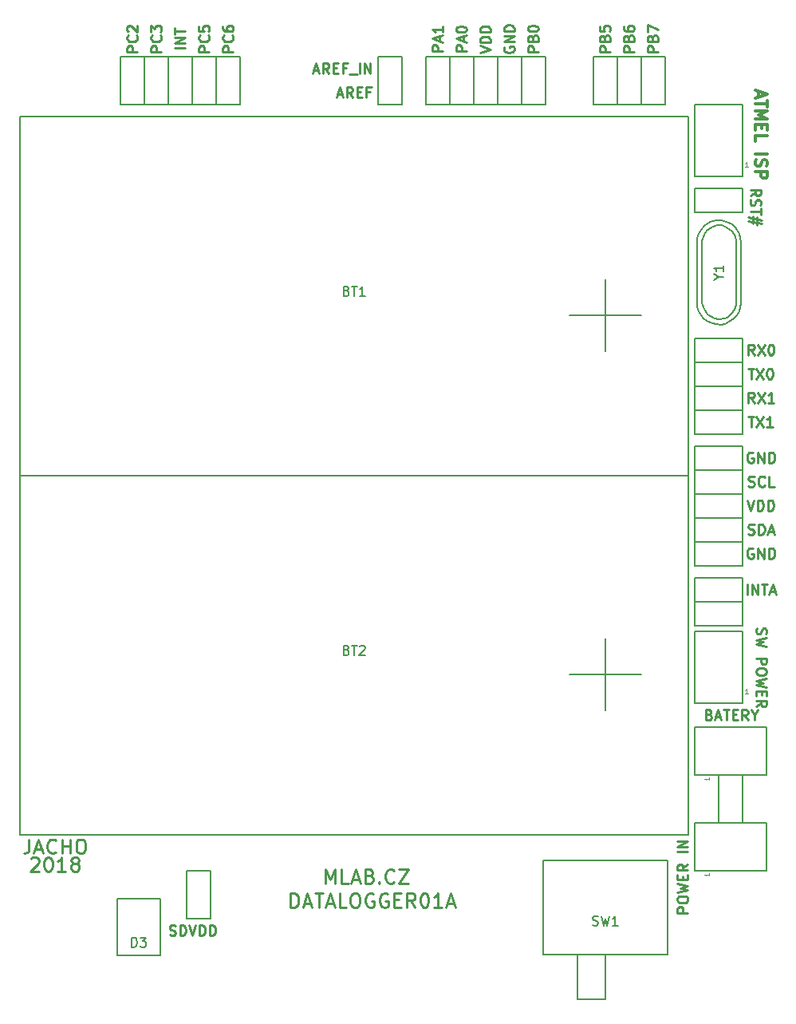
<source format=gbr>
G04 #@! TF.GenerationSoftware,KiCad,Pcbnew,(2018-02-10 revision a04965c36)-makepkg*
G04 #@! TF.CreationDate,2018-07-08T18:54:54+02:00*
G04 #@! TF.ProjectId,DATALOGGER01A,444154414C4F474745523031412E6B69,REV*
G04 #@! TF.SameCoordinates,Original*
G04 #@! TF.FileFunction,Legend,Top*
G04 #@! TF.FilePolarity,Positive*
%FSLAX46Y46*%
G04 Gerber Fmt 4.6, Leading zero omitted, Abs format (unit mm)*
G04 Created by KiCad (PCBNEW (2018-02-10 revision a04965c36)-makepkg) date 07/08/18 18:54:54*
%MOMM*%
%LPD*%
G01*
G04 APERTURE LIST*
%ADD10C,0.250000*%
%ADD11C,0.300000*%
%ADD12C,0.150000*%
%ADD13C,0.050000*%
G04 APERTURE END LIST*
D10*
X1695000Y13521428D02*
X1695000Y12450000D01*
X1623571Y12235714D01*
X1480714Y12092857D01*
X1266428Y12021428D01*
X1123571Y12021428D01*
X2337857Y12450000D02*
X3052142Y12450000D01*
X2195000Y12021428D02*
X2695000Y13521428D01*
X3195000Y12021428D01*
X4552142Y12164285D02*
X4480714Y12092857D01*
X4266428Y12021428D01*
X4123571Y12021428D01*
X3909285Y12092857D01*
X3766428Y12235714D01*
X3695000Y12378571D01*
X3623571Y12664285D01*
X3623571Y12878571D01*
X3695000Y13164285D01*
X3766428Y13307142D01*
X3909285Y13450000D01*
X4123571Y13521428D01*
X4266428Y13521428D01*
X4480714Y13450000D01*
X4552142Y13378571D01*
X5195000Y12021428D02*
X5195000Y13521428D01*
X5195000Y12807142D02*
X6052142Y12807142D01*
X6052142Y12021428D02*
X6052142Y13521428D01*
X7052142Y13521428D02*
X7337857Y13521428D01*
X7480714Y13450000D01*
X7623571Y13307142D01*
X7695000Y13021428D01*
X7695000Y12521428D01*
X7623571Y12235714D01*
X7480714Y12092857D01*
X7337857Y12021428D01*
X7052142Y12021428D01*
X6909285Y12092857D01*
X6766428Y12235714D01*
X6695000Y12521428D01*
X6695000Y13021428D01*
X6766428Y13307142D01*
X6909285Y13450000D01*
X7052142Y13521428D01*
X1873571Y11473571D02*
X1945000Y11545000D01*
X2087857Y11616428D01*
X2445000Y11616428D01*
X2587857Y11545000D01*
X2659285Y11473571D01*
X2730714Y11330714D01*
X2730714Y11187857D01*
X2659285Y10973571D01*
X1802142Y10116428D01*
X2730714Y10116428D01*
X3659285Y11616428D02*
X3802142Y11616428D01*
X3945000Y11545000D01*
X4016428Y11473571D01*
X4087857Y11330714D01*
X4159285Y11045000D01*
X4159285Y10687857D01*
X4087857Y10402142D01*
X4016428Y10259285D01*
X3945000Y10187857D01*
X3802142Y10116428D01*
X3659285Y10116428D01*
X3516428Y10187857D01*
X3445000Y10259285D01*
X3373571Y10402142D01*
X3302142Y10687857D01*
X3302142Y11045000D01*
X3373571Y11330714D01*
X3445000Y11473571D01*
X3516428Y11545000D01*
X3659285Y11616428D01*
X5587857Y10116428D02*
X4730714Y10116428D01*
X5159285Y10116428D02*
X5159285Y11616428D01*
X5016428Y11402142D01*
X4873571Y11259285D01*
X4730714Y11187857D01*
X6445000Y10973571D02*
X6302142Y11045000D01*
X6230714Y11116428D01*
X6159285Y11259285D01*
X6159285Y11330714D01*
X6230714Y11473571D01*
X6302142Y11545000D01*
X6445000Y11616428D01*
X6730714Y11616428D01*
X6873571Y11545000D01*
X6945000Y11473571D01*
X7016428Y11330714D01*
X7016428Y11259285D01*
X6945000Y11116428D01*
X6873571Y11045000D01*
X6730714Y10973571D01*
X6445000Y10973571D01*
X6302142Y10902142D01*
X6230714Y10830714D01*
X6159285Y10687857D01*
X6159285Y10402142D01*
X6230714Y10259285D01*
X6302142Y10187857D01*
X6445000Y10116428D01*
X6730714Y10116428D01*
X6873571Y10187857D01*
X6945000Y10259285D01*
X7016428Y10402142D01*
X7016428Y10687857D01*
X6945000Y10830714D01*
X6873571Y10902142D01*
X6730714Y10973571D01*
X29457142Y6306428D02*
X29457142Y7806428D01*
X29814285Y7806428D01*
X30028571Y7735000D01*
X30171428Y7592142D01*
X30242857Y7449285D01*
X30314285Y7163571D01*
X30314285Y6949285D01*
X30242857Y6663571D01*
X30171428Y6520714D01*
X30028571Y6377857D01*
X29814285Y6306428D01*
X29457142Y6306428D01*
X30885714Y6735000D02*
X31600000Y6735000D01*
X30742857Y6306428D02*
X31242857Y7806428D01*
X31742857Y6306428D01*
X32028571Y7806428D02*
X32885714Y7806428D01*
X32457142Y6306428D02*
X32457142Y7806428D01*
X33314285Y6735000D02*
X34028571Y6735000D01*
X33171428Y6306428D02*
X33671428Y7806428D01*
X34171428Y6306428D01*
X35385714Y6306428D02*
X34671428Y6306428D01*
X34671428Y7806428D01*
X36171428Y7806428D02*
X36457142Y7806428D01*
X36600000Y7735000D01*
X36742857Y7592142D01*
X36814285Y7306428D01*
X36814285Y6806428D01*
X36742857Y6520714D01*
X36600000Y6377857D01*
X36457142Y6306428D01*
X36171428Y6306428D01*
X36028571Y6377857D01*
X35885714Y6520714D01*
X35814285Y6806428D01*
X35814285Y7306428D01*
X35885714Y7592142D01*
X36028571Y7735000D01*
X36171428Y7806428D01*
X38242857Y7735000D02*
X38100000Y7806428D01*
X37885714Y7806428D01*
X37671428Y7735000D01*
X37528571Y7592142D01*
X37457142Y7449285D01*
X37385714Y7163571D01*
X37385714Y6949285D01*
X37457142Y6663571D01*
X37528571Y6520714D01*
X37671428Y6377857D01*
X37885714Y6306428D01*
X38028571Y6306428D01*
X38242857Y6377857D01*
X38314285Y6449285D01*
X38314285Y6949285D01*
X38028571Y6949285D01*
X39742857Y7735000D02*
X39600000Y7806428D01*
X39385714Y7806428D01*
X39171428Y7735000D01*
X39028571Y7592142D01*
X38957142Y7449285D01*
X38885714Y7163571D01*
X38885714Y6949285D01*
X38957142Y6663571D01*
X39028571Y6520714D01*
X39171428Y6377857D01*
X39385714Y6306428D01*
X39528571Y6306428D01*
X39742857Y6377857D01*
X39814285Y6449285D01*
X39814285Y6949285D01*
X39528571Y6949285D01*
X40457142Y7092142D02*
X40957142Y7092142D01*
X41171428Y6306428D02*
X40457142Y6306428D01*
X40457142Y7806428D01*
X41171428Y7806428D01*
X42671428Y6306428D02*
X42171428Y7020714D01*
X41814285Y6306428D02*
X41814285Y7806428D01*
X42385714Y7806428D01*
X42528571Y7735000D01*
X42600000Y7663571D01*
X42671428Y7520714D01*
X42671428Y7306428D01*
X42600000Y7163571D01*
X42528571Y7092142D01*
X42385714Y7020714D01*
X41814285Y7020714D01*
X43600000Y7806428D02*
X43742857Y7806428D01*
X43885714Y7735000D01*
X43957142Y7663571D01*
X44028571Y7520714D01*
X44100000Y7235000D01*
X44100000Y6877857D01*
X44028571Y6592142D01*
X43957142Y6449285D01*
X43885714Y6377857D01*
X43742857Y6306428D01*
X43600000Y6306428D01*
X43457142Y6377857D01*
X43385714Y6449285D01*
X43314285Y6592142D01*
X43242857Y6877857D01*
X43242857Y7235000D01*
X43314285Y7520714D01*
X43385714Y7663571D01*
X43457142Y7735000D01*
X43600000Y7806428D01*
X45528571Y6306428D02*
X44671428Y6306428D01*
X45100000Y6306428D02*
X45100000Y7806428D01*
X44957142Y7592142D01*
X44814285Y7449285D01*
X44671428Y7377857D01*
X46100000Y6735000D02*
X46814285Y6735000D01*
X45957142Y6306428D02*
X46457142Y7806428D01*
X46957142Y6306428D01*
X33143571Y8846428D02*
X33143571Y10346428D01*
X33643571Y9275000D01*
X34143571Y10346428D01*
X34143571Y8846428D01*
X35572142Y8846428D02*
X34857857Y8846428D01*
X34857857Y10346428D01*
X36000714Y9275000D02*
X36715000Y9275000D01*
X35857857Y8846428D02*
X36357857Y10346428D01*
X36857857Y8846428D01*
X37857857Y9632142D02*
X38072142Y9560714D01*
X38143571Y9489285D01*
X38215000Y9346428D01*
X38215000Y9132142D01*
X38143571Y8989285D01*
X38072142Y8917857D01*
X37929285Y8846428D01*
X37357857Y8846428D01*
X37357857Y10346428D01*
X37857857Y10346428D01*
X38000714Y10275000D01*
X38072142Y10203571D01*
X38143571Y10060714D01*
X38143571Y9917857D01*
X38072142Y9775000D01*
X38000714Y9703571D01*
X37857857Y9632142D01*
X37357857Y9632142D01*
X38857857Y8989285D02*
X38929285Y8917857D01*
X38857857Y8846428D01*
X38786428Y8917857D01*
X38857857Y8989285D01*
X38857857Y8846428D01*
X40429285Y8989285D02*
X40357857Y8917857D01*
X40143571Y8846428D01*
X40000714Y8846428D01*
X39786428Y8917857D01*
X39643571Y9060714D01*
X39572142Y9203571D01*
X39500714Y9489285D01*
X39500714Y9703571D01*
X39572142Y9989285D01*
X39643571Y10132142D01*
X39786428Y10275000D01*
X40000714Y10346428D01*
X40143571Y10346428D01*
X40357857Y10275000D01*
X40429285Y10203571D01*
X40929285Y10346428D02*
X41929285Y10346428D01*
X40929285Y8846428D01*
X41929285Y8846428D01*
X31886904Y95066666D02*
X32410714Y95066666D01*
X31782142Y94752380D02*
X32148809Y95852380D01*
X32515476Y94752380D01*
X33510714Y94752380D02*
X33144047Y95276190D01*
X32882142Y94752380D02*
X32882142Y95852380D01*
X33301190Y95852380D01*
X33405952Y95800000D01*
X33458333Y95747619D01*
X33510714Y95642857D01*
X33510714Y95485714D01*
X33458333Y95380952D01*
X33405952Y95328571D01*
X33301190Y95276190D01*
X32882142Y95276190D01*
X33982142Y95328571D02*
X34348809Y95328571D01*
X34505952Y94752380D02*
X33982142Y94752380D01*
X33982142Y95852380D01*
X34505952Y95852380D01*
X35344047Y95328571D02*
X34977380Y95328571D01*
X34977380Y94752380D02*
X34977380Y95852380D01*
X35501190Y95852380D01*
X35658333Y94647619D02*
X36496428Y94647619D01*
X36758333Y94752380D02*
X36758333Y95852380D01*
X37282142Y94752380D02*
X37282142Y95852380D01*
X37910714Y94752380D01*
X37910714Y95852380D01*
X65902619Y97063095D02*
X64802619Y97063095D01*
X64802619Y97482142D01*
X64855000Y97586904D01*
X64907380Y97639285D01*
X65012142Y97691666D01*
X65169285Y97691666D01*
X65274047Y97639285D01*
X65326428Y97586904D01*
X65378809Y97482142D01*
X65378809Y97063095D01*
X65326428Y98529761D02*
X65378809Y98686904D01*
X65431190Y98739285D01*
X65535952Y98791666D01*
X65693095Y98791666D01*
X65797857Y98739285D01*
X65850238Y98686904D01*
X65902619Y98582142D01*
X65902619Y98163095D01*
X64802619Y98163095D01*
X64802619Y98529761D01*
X64855000Y98634523D01*
X64907380Y98686904D01*
X65012142Y98739285D01*
X65116904Y98739285D01*
X65221666Y98686904D01*
X65274047Y98634523D01*
X65326428Y98529761D01*
X65326428Y98163095D01*
X64802619Y99734523D02*
X64802619Y99525000D01*
X64855000Y99420238D01*
X64907380Y99367857D01*
X65064523Y99263095D01*
X65274047Y99210714D01*
X65693095Y99210714D01*
X65797857Y99263095D01*
X65850238Y99315476D01*
X65902619Y99420238D01*
X65902619Y99629761D01*
X65850238Y99734523D01*
X65797857Y99786904D01*
X65693095Y99839285D01*
X65431190Y99839285D01*
X65326428Y99786904D01*
X65274047Y99734523D01*
X65221666Y99629761D01*
X65221666Y99420238D01*
X65274047Y99315476D01*
X65326428Y99263095D01*
X65431190Y99210714D01*
X68442619Y97063095D02*
X67342619Y97063095D01*
X67342619Y97482142D01*
X67395000Y97586904D01*
X67447380Y97639285D01*
X67552142Y97691666D01*
X67709285Y97691666D01*
X67814047Y97639285D01*
X67866428Y97586904D01*
X67918809Y97482142D01*
X67918809Y97063095D01*
X67866428Y98529761D02*
X67918809Y98686904D01*
X67971190Y98739285D01*
X68075952Y98791666D01*
X68233095Y98791666D01*
X68337857Y98739285D01*
X68390238Y98686904D01*
X68442619Y98582142D01*
X68442619Y98163095D01*
X67342619Y98163095D01*
X67342619Y98529761D01*
X67395000Y98634523D01*
X67447380Y98686904D01*
X67552142Y98739285D01*
X67656904Y98739285D01*
X67761666Y98686904D01*
X67814047Y98634523D01*
X67866428Y98529761D01*
X67866428Y98163095D01*
X67342619Y99158333D02*
X67342619Y99891666D01*
X68442619Y99420238D01*
X63362619Y97063095D02*
X62262619Y97063095D01*
X62262619Y97482142D01*
X62315000Y97586904D01*
X62367380Y97639285D01*
X62472142Y97691666D01*
X62629285Y97691666D01*
X62734047Y97639285D01*
X62786428Y97586904D01*
X62838809Y97482142D01*
X62838809Y97063095D01*
X62786428Y98529761D02*
X62838809Y98686904D01*
X62891190Y98739285D01*
X62995952Y98791666D01*
X63153095Y98791666D01*
X63257857Y98739285D01*
X63310238Y98686904D01*
X63362619Y98582142D01*
X63362619Y98163095D01*
X62262619Y98163095D01*
X62262619Y98529761D01*
X62315000Y98634523D01*
X62367380Y98686904D01*
X62472142Y98739285D01*
X62576904Y98739285D01*
X62681666Y98686904D01*
X62734047Y98634523D01*
X62786428Y98529761D01*
X62786428Y98163095D01*
X62262619Y99786904D02*
X62262619Y99263095D01*
X62786428Y99210714D01*
X62734047Y99263095D01*
X62681666Y99367857D01*
X62681666Y99629761D01*
X62734047Y99734523D01*
X62786428Y99786904D01*
X62891190Y99839285D01*
X63153095Y99839285D01*
X63257857Y99786904D01*
X63310238Y99734523D01*
X63362619Y99629761D01*
X63362619Y99367857D01*
X63310238Y99263095D01*
X63257857Y99210714D01*
X55742619Y97063095D02*
X54642619Y97063095D01*
X54642619Y97482142D01*
X54695000Y97586904D01*
X54747380Y97639285D01*
X54852142Y97691666D01*
X55009285Y97691666D01*
X55114047Y97639285D01*
X55166428Y97586904D01*
X55218809Y97482142D01*
X55218809Y97063095D01*
X55166428Y98529761D02*
X55218809Y98686904D01*
X55271190Y98739285D01*
X55375952Y98791666D01*
X55533095Y98791666D01*
X55637857Y98739285D01*
X55690238Y98686904D01*
X55742619Y98582142D01*
X55742619Y98163095D01*
X54642619Y98163095D01*
X54642619Y98529761D01*
X54695000Y98634523D01*
X54747380Y98686904D01*
X54852142Y98739285D01*
X54956904Y98739285D01*
X55061666Y98686904D01*
X55114047Y98634523D01*
X55166428Y98529761D01*
X55166428Y98163095D01*
X54642619Y99472619D02*
X54642619Y99577380D01*
X54695000Y99682142D01*
X54747380Y99734523D01*
X54852142Y99786904D01*
X55061666Y99839285D01*
X55323571Y99839285D01*
X55533095Y99786904D01*
X55637857Y99734523D01*
X55690238Y99682142D01*
X55742619Y99577380D01*
X55742619Y99472619D01*
X55690238Y99367857D01*
X55637857Y99315476D01*
X55533095Y99263095D01*
X55323571Y99210714D01*
X55061666Y99210714D01*
X54852142Y99263095D01*
X54747380Y99315476D01*
X54695000Y99367857D01*
X54642619Y99472619D01*
X52155000Y97586904D02*
X52102619Y97482142D01*
X52102619Y97325000D01*
X52155000Y97167857D01*
X52259761Y97063095D01*
X52364523Y97010714D01*
X52574047Y96958333D01*
X52731190Y96958333D01*
X52940714Y97010714D01*
X53045476Y97063095D01*
X53150238Y97167857D01*
X53202619Y97325000D01*
X53202619Y97429761D01*
X53150238Y97586904D01*
X53097857Y97639285D01*
X52731190Y97639285D01*
X52731190Y97429761D01*
X53202619Y98110714D02*
X52102619Y98110714D01*
X53202619Y98739285D01*
X52102619Y98739285D01*
X53202619Y99263095D02*
X52102619Y99263095D01*
X52102619Y99525000D01*
X52155000Y99682142D01*
X52259761Y99786904D01*
X52364523Y99839285D01*
X52574047Y99891666D01*
X52731190Y99891666D01*
X52940714Y99839285D01*
X53045476Y99786904D01*
X53150238Y99682142D01*
X53202619Y99525000D01*
X53202619Y99263095D01*
X49562619Y96958333D02*
X50662619Y97325000D01*
X49562619Y97691666D01*
X50662619Y98058333D02*
X49562619Y98058333D01*
X49562619Y98320238D01*
X49615000Y98477380D01*
X49719761Y98582142D01*
X49824523Y98634523D01*
X50034047Y98686904D01*
X50191190Y98686904D01*
X50400714Y98634523D01*
X50505476Y98582142D01*
X50610238Y98477380D01*
X50662619Y98320238D01*
X50662619Y98058333D01*
X50662619Y99158333D02*
X49562619Y99158333D01*
X49562619Y99420238D01*
X49615000Y99577380D01*
X49719761Y99682142D01*
X49824523Y99734523D01*
X50034047Y99786904D01*
X50191190Y99786904D01*
X50400714Y99734523D01*
X50505476Y99682142D01*
X50610238Y99577380D01*
X50662619Y99420238D01*
X50662619Y99158333D01*
X48122619Y97141666D02*
X47022619Y97141666D01*
X47022619Y97560714D01*
X47075000Y97665476D01*
X47127380Y97717857D01*
X47232142Y97770238D01*
X47389285Y97770238D01*
X47494047Y97717857D01*
X47546428Y97665476D01*
X47598809Y97560714D01*
X47598809Y97141666D01*
X47808333Y98189285D02*
X47808333Y98713095D01*
X48122619Y98084523D02*
X47022619Y98451190D01*
X48122619Y98817857D01*
X47022619Y99394047D02*
X47022619Y99498809D01*
X47075000Y99603571D01*
X47127380Y99655952D01*
X47232142Y99708333D01*
X47441666Y99760714D01*
X47703571Y99760714D01*
X47913095Y99708333D01*
X48017857Y99655952D01*
X48070238Y99603571D01*
X48122619Y99498809D01*
X48122619Y99394047D01*
X48070238Y99289285D01*
X48017857Y99236904D01*
X47913095Y99184523D01*
X47703571Y99132142D01*
X47441666Y99132142D01*
X47232142Y99184523D01*
X47127380Y99236904D01*
X47075000Y99289285D01*
X47022619Y99394047D01*
X45582619Y97141666D02*
X44482619Y97141666D01*
X44482619Y97560714D01*
X44535000Y97665476D01*
X44587380Y97717857D01*
X44692142Y97770238D01*
X44849285Y97770238D01*
X44954047Y97717857D01*
X45006428Y97665476D01*
X45058809Y97560714D01*
X45058809Y97141666D01*
X45268333Y98189285D02*
X45268333Y98713095D01*
X45582619Y98084523D02*
X44482619Y98451190D01*
X45582619Y98817857D01*
X45582619Y99760714D02*
X45582619Y99132142D01*
X45582619Y99446428D02*
X44482619Y99446428D01*
X44639761Y99341666D01*
X44744523Y99236904D01*
X44796904Y99132142D01*
X34414047Y92526666D02*
X34937857Y92526666D01*
X34309285Y92212380D02*
X34675952Y93312380D01*
X35042619Y92212380D01*
X36037857Y92212380D02*
X35671190Y92736190D01*
X35409285Y92212380D02*
X35409285Y93312380D01*
X35828333Y93312380D01*
X35933095Y93260000D01*
X35985476Y93207619D01*
X36037857Y93102857D01*
X36037857Y92945714D01*
X35985476Y92840952D01*
X35933095Y92788571D01*
X35828333Y92736190D01*
X35409285Y92736190D01*
X36509285Y92788571D02*
X36875952Y92788571D01*
X37033095Y92212380D02*
X36509285Y92212380D01*
X36509285Y93312380D01*
X37033095Y93312380D01*
X37871190Y92788571D02*
X37504523Y92788571D01*
X37504523Y92212380D02*
X37504523Y93312380D01*
X38028333Y93312380D01*
X23357619Y97063095D02*
X22257619Y97063095D01*
X22257619Y97482142D01*
X22310000Y97586904D01*
X22362380Y97639285D01*
X22467142Y97691666D01*
X22624285Y97691666D01*
X22729047Y97639285D01*
X22781428Y97586904D01*
X22833809Y97482142D01*
X22833809Y97063095D01*
X23252857Y98791666D02*
X23305238Y98739285D01*
X23357619Y98582142D01*
X23357619Y98477380D01*
X23305238Y98320238D01*
X23200476Y98215476D01*
X23095714Y98163095D01*
X22886190Y98110714D01*
X22729047Y98110714D01*
X22519523Y98163095D01*
X22414761Y98215476D01*
X22310000Y98320238D01*
X22257619Y98477380D01*
X22257619Y98582142D01*
X22310000Y98739285D01*
X22362380Y98791666D01*
X22257619Y99734523D02*
X22257619Y99525000D01*
X22310000Y99420238D01*
X22362380Y99367857D01*
X22519523Y99263095D01*
X22729047Y99210714D01*
X23148095Y99210714D01*
X23252857Y99263095D01*
X23305238Y99315476D01*
X23357619Y99420238D01*
X23357619Y99629761D01*
X23305238Y99734523D01*
X23252857Y99786904D01*
X23148095Y99839285D01*
X22886190Y99839285D01*
X22781428Y99786904D01*
X22729047Y99734523D01*
X22676666Y99629761D01*
X22676666Y99420238D01*
X22729047Y99315476D01*
X22781428Y99263095D01*
X22886190Y99210714D01*
X20817619Y97063095D02*
X19717619Y97063095D01*
X19717619Y97482142D01*
X19770000Y97586904D01*
X19822380Y97639285D01*
X19927142Y97691666D01*
X20084285Y97691666D01*
X20189047Y97639285D01*
X20241428Y97586904D01*
X20293809Y97482142D01*
X20293809Y97063095D01*
X20712857Y98791666D02*
X20765238Y98739285D01*
X20817619Y98582142D01*
X20817619Y98477380D01*
X20765238Y98320238D01*
X20660476Y98215476D01*
X20555714Y98163095D01*
X20346190Y98110714D01*
X20189047Y98110714D01*
X19979523Y98163095D01*
X19874761Y98215476D01*
X19770000Y98320238D01*
X19717619Y98477380D01*
X19717619Y98582142D01*
X19770000Y98739285D01*
X19822380Y98791666D01*
X19717619Y99786904D02*
X19717619Y99263095D01*
X20241428Y99210714D01*
X20189047Y99263095D01*
X20136666Y99367857D01*
X20136666Y99629761D01*
X20189047Y99734523D01*
X20241428Y99786904D01*
X20346190Y99839285D01*
X20608095Y99839285D01*
X20712857Y99786904D01*
X20765238Y99734523D01*
X20817619Y99629761D01*
X20817619Y99367857D01*
X20765238Y99263095D01*
X20712857Y99210714D01*
X18277619Y97429761D02*
X17177619Y97429761D01*
X18277619Y97953571D02*
X17177619Y97953571D01*
X18277619Y98582142D01*
X17177619Y98582142D01*
X17177619Y98948809D02*
X17177619Y99577380D01*
X18277619Y99263095D02*
X17177619Y99263095D01*
X15737619Y97063095D02*
X14637619Y97063095D01*
X14637619Y97482142D01*
X14690000Y97586904D01*
X14742380Y97639285D01*
X14847142Y97691666D01*
X15004285Y97691666D01*
X15109047Y97639285D01*
X15161428Y97586904D01*
X15213809Y97482142D01*
X15213809Y97063095D01*
X15632857Y98791666D02*
X15685238Y98739285D01*
X15737619Y98582142D01*
X15737619Y98477380D01*
X15685238Y98320238D01*
X15580476Y98215476D01*
X15475714Y98163095D01*
X15266190Y98110714D01*
X15109047Y98110714D01*
X14899523Y98163095D01*
X14794761Y98215476D01*
X14690000Y98320238D01*
X14637619Y98477380D01*
X14637619Y98582142D01*
X14690000Y98739285D01*
X14742380Y98791666D01*
X14637619Y99158333D02*
X14637619Y99839285D01*
X15056666Y99472619D01*
X15056666Y99629761D01*
X15109047Y99734523D01*
X15161428Y99786904D01*
X15266190Y99839285D01*
X15528095Y99839285D01*
X15632857Y99786904D01*
X15685238Y99734523D01*
X15737619Y99629761D01*
X15737619Y99315476D01*
X15685238Y99210714D01*
X15632857Y99158333D01*
X13197619Y97063095D02*
X12097619Y97063095D01*
X12097619Y97482142D01*
X12150000Y97586904D01*
X12202380Y97639285D01*
X12307142Y97691666D01*
X12464285Y97691666D01*
X12569047Y97639285D01*
X12621428Y97586904D01*
X12673809Y97482142D01*
X12673809Y97063095D01*
X13092857Y98791666D02*
X13145238Y98739285D01*
X13197619Y98582142D01*
X13197619Y98477380D01*
X13145238Y98320238D01*
X13040476Y98215476D01*
X12935714Y98163095D01*
X12726190Y98110714D01*
X12569047Y98110714D01*
X12359523Y98163095D01*
X12254761Y98215476D01*
X12150000Y98320238D01*
X12097619Y98477380D01*
X12097619Y98582142D01*
X12150000Y98739285D01*
X12202380Y98791666D01*
X12202380Y99210714D02*
X12150000Y99263095D01*
X12097619Y99367857D01*
X12097619Y99629761D01*
X12150000Y99734523D01*
X12202380Y99786904D01*
X12307142Y99839285D01*
X12411904Y99839285D01*
X12569047Y99786904D01*
X13197619Y99158333D01*
X13197619Y99839285D01*
X16614285Y3364761D02*
X16771428Y3312380D01*
X17033333Y3312380D01*
X17138095Y3364761D01*
X17190476Y3417142D01*
X17242857Y3521904D01*
X17242857Y3626666D01*
X17190476Y3731428D01*
X17138095Y3783809D01*
X17033333Y3836190D01*
X16823809Y3888571D01*
X16719047Y3940952D01*
X16666666Y3993333D01*
X16614285Y4098095D01*
X16614285Y4202857D01*
X16666666Y4307619D01*
X16719047Y4360000D01*
X16823809Y4412380D01*
X17085714Y4412380D01*
X17242857Y4360000D01*
X17714285Y3312380D02*
X17714285Y4412380D01*
X17976190Y4412380D01*
X18133333Y4360000D01*
X18238095Y4255238D01*
X18290476Y4150476D01*
X18342857Y3940952D01*
X18342857Y3783809D01*
X18290476Y3574285D01*
X18238095Y3469523D01*
X18133333Y3364761D01*
X17976190Y3312380D01*
X17714285Y3312380D01*
X18657142Y4412380D02*
X19023809Y3312380D01*
X19390476Y4412380D01*
X19757142Y3312380D02*
X19757142Y4412380D01*
X20019047Y4412380D01*
X20176190Y4360000D01*
X20280952Y4255238D01*
X20333333Y4150476D01*
X20385714Y3940952D01*
X20385714Y3783809D01*
X20333333Y3574285D01*
X20280952Y3469523D01*
X20176190Y3364761D01*
X20019047Y3312380D01*
X19757142Y3312380D01*
X20857142Y3312380D02*
X20857142Y4412380D01*
X21119047Y4412380D01*
X21276190Y4360000D01*
X21380952Y4255238D01*
X21433333Y4150476D01*
X21485714Y3940952D01*
X21485714Y3783809D01*
X21433333Y3574285D01*
X21380952Y3469523D01*
X21276190Y3364761D01*
X21119047Y3312380D01*
X20857142Y3312380D01*
X78929761Y35914285D02*
X78877380Y35757142D01*
X78877380Y35495238D01*
X78929761Y35390476D01*
X78982142Y35338095D01*
X79086904Y35285714D01*
X79191666Y35285714D01*
X79296428Y35338095D01*
X79348809Y35390476D01*
X79401190Y35495238D01*
X79453571Y35704761D01*
X79505952Y35809523D01*
X79558333Y35861904D01*
X79663095Y35914285D01*
X79767857Y35914285D01*
X79872619Y35861904D01*
X79925000Y35809523D01*
X79977380Y35704761D01*
X79977380Y35442857D01*
X79925000Y35285714D01*
X79977380Y34919047D02*
X78877380Y34657142D01*
X79663095Y34447619D01*
X78877380Y34238095D01*
X79977380Y33976190D01*
X78877380Y32719047D02*
X79977380Y32719047D01*
X79977380Y32300000D01*
X79925000Y32195238D01*
X79872619Y32142857D01*
X79767857Y32090476D01*
X79610714Y32090476D01*
X79505952Y32142857D01*
X79453571Y32195238D01*
X79401190Y32300000D01*
X79401190Y32719047D01*
X79977380Y31409523D02*
X79977380Y31200000D01*
X79925000Y31095238D01*
X79820238Y30990476D01*
X79610714Y30938095D01*
X79244047Y30938095D01*
X79034523Y30990476D01*
X78929761Y31095238D01*
X78877380Y31200000D01*
X78877380Y31409523D01*
X78929761Y31514285D01*
X79034523Y31619047D01*
X79244047Y31671428D01*
X79610714Y31671428D01*
X79820238Y31619047D01*
X79925000Y31514285D01*
X79977380Y31409523D01*
X79977380Y30571428D02*
X78877380Y30309523D01*
X79663095Y30100000D01*
X78877380Y29890476D01*
X79977380Y29628571D01*
X79453571Y29209523D02*
X79453571Y28842857D01*
X78877380Y28685714D02*
X78877380Y29209523D01*
X79977380Y29209523D01*
X79977380Y28685714D01*
X78877380Y27585714D02*
X79401190Y27952380D01*
X78877380Y28214285D02*
X79977380Y28214285D01*
X79977380Y27795238D01*
X79925000Y27690476D01*
X79872619Y27638095D01*
X79767857Y27585714D01*
X79610714Y27585714D01*
X79505952Y27638095D01*
X79453571Y27690476D01*
X79401190Y27795238D01*
X79401190Y28214285D01*
X77908333Y39507380D02*
X77908333Y40607380D01*
X78432142Y39507380D02*
X78432142Y40607380D01*
X79060714Y39507380D01*
X79060714Y40607380D01*
X79427380Y40607380D02*
X80055952Y40607380D01*
X79741666Y39507380D02*
X79741666Y40607380D01*
X80370238Y39821666D02*
X80894047Y39821666D01*
X80265476Y39507380D02*
X80632142Y40607380D01*
X80998809Y39507380D01*
X78242380Y81797380D02*
X78766190Y82164047D01*
X78242380Y82425952D02*
X79342380Y82425952D01*
X79342380Y82006904D01*
X79290000Y81902142D01*
X79237619Y81849761D01*
X79132857Y81797380D01*
X78975714Y81797380D01*
X78870952Y81849761D01*
X78818571Y81902142D01*
X78766190Y82006904D01*
X78766190Y82425952D01*
X78294761Y81378333D02*
X78242380Y81221190D01*
X78242380Y80959285D01*
X78294761Y80854523D01*
X78347142Y80802142D01*
X78451904Y80749761D01*
X78556666Y80749761D01*
X78661428Y80802142D01*
X78713809Y80854523D01*
X78766190Y80959285D01*
X78818571Y81168809D01*
X78870952Y81273571D01*
X78923333Y81325952D01*
X79028095Y81378333D01*
X79132857Y81378333D01*
X79237619Y81325952D01*
X79290000Y81273571D01*
X79342380Y81168809D01*
X79342380Y80906904D01*
X79290000Y80749761D01*
X79342380Y80435476D02*
X79342380Y79806904D01*
X78242380Y80121190D02*
X79342380Y80121190D01*
X78975714Y79492619D02*
X78975714Y78706904D01*
X79447142Y79178333D02*
X78032857Y79492619D01*
X78504285Y78811666D02*
X78504285Y79597380D01*
X78032857Y79125952D02*
X79447142Y78811666D01*
X78667857Y64907380D02*
X78301190Y65431190D01*
X78039285Y64907380D02*
X78039285Y66007380D01*
X78458333Y66007380D01*
X78563095Y65955000D01*
X78615476Y65902619D01*
X78667857Y65797857D01*
X78667857Y65640714D01*
X78615476Y65535952D01*
X78563095Y65483571D01*
X78458333Y65431190D01*
X78039285Y65431190D01*
X79034523Y66007380D02*
X79767857Y64907380D01*
X79767857Y66007380D02*
X79034523Y64907380D01*
X80396428Y66007380D02*
X80501190Y66007380D01*
X80605952Y65955000D01*
X80658333Y65902619D01*
X80710714Y65797857D01*
X80763095Y65588333D01*
X80763095Y65326428D01*
X80710714Y65116904D01*
X80658333Y65012142D01*
X80605952Y64959761D01*
X80501190Y64907380D01*
X80396428Y64907380D01*
X80291666Y64959761D01*
X80239285Y65012142D01*
X80186904Y65116904D01*
X80134523Y65326428D01*
X80134523Y65588333D01*
X80186904Y65797857D01*
X80239285Y65902619D01*
X80291666Y65955000D01*
X80396428Y66007380D01*
X78013095Y63467380D02*
X78641666Y63467380D01*
X78327380Y62367380D02*
X78327380Y63467380D01*
X78903571Y63467380D02*
X79636904Y62367380D01*
X79636904Y63467380D02*
X78903571Y62367380D01*
X80265476Y63467380D02*
X80370238Y63467380D01*
X80475000Y63415000D01*
X80527380Y63362619D01*
X80579761Y63257857D01*
X80632142Y63048333D01*
X80632142Y62786428D01*
X80579761Y62576904D01*
X80527380Y62472142D01*
X80475000Y62419761D01*
X80370238Y62367380D01*
X80265476Y62367380D01*
X80160714Y62419761D01*
X80108333Y62472142D01*
X80055952Y62576904D01*
X80003571Y62786428D01*
X80003571Y63048333D01*
X80055952Y63257857D01*
X80108333Y63362619D01*
X80160714Y63415000D01*
X80265476Y63467380D01*
X78667857Y59827380D02*
X78301190Y60351190D01*
X78039285Y59827380D02*
X78039285Y60927380D01*
X78458333Y60927380D01*
X78563095Y60875000D01*
X78615476Y60822619D01*
X78667857Y60717857D01*
X78667857Y60560714D01*
X78615476Y60455952D01*
X78563095Y60403571D01*
X78458333Y60351190D01*
X78039285Y60351190D01*
X79034523Y60927380D02*
X79767857Y59827380D01*
X79767857Y60927380D02*
X79034523Y59827380D01*
X80763095Y59827380D02*
X80134523Y59827380D01*
X80448809Y59827380D02*
X80448809Y60927380D01*
X80344047Y60770238D01*
X80239285Y60665476D01*
X80134523Y60613095D01*
X78013095Y58387380D02*
X78641666Y58387380D01*
X78327380Y57287380D02*
X78327380Y58387380D01*
X78903571Y58387380D02*
X79636904Y57287380D01*
X79636904Y58387380D02*
X78903571Y57287380D01*
X80632142Y57287380D02*
X80003571Y57287380D01*
X80317857Y57287380D02*
X80317857Y58387380D01*
X80213095Y58230238D01*
X80108333Y58125476D01*
X80003571Y58073095D01*
X78536904Y54525000D02*
X78432142Y54577380D01*
X78275000Y54577380D01*
X78117857Y54525000D01*
X78013095Y54420238D01*
X77960714Y54315476D01*
X77908333Y54105952D01*
X77908333Y53948809D01*
X77960714Y53739285D01*
X78013095Y53634523D01*
X78117857Y53529761D01*
X78275000Y53477380D01*
X78379761Y53477380D01*
X78536904Y53529761D01*
X78589285Y53582142D01*
X78589285Y53948809D01*
X78379761Y53948809D01*
X79060714Y53477380D02*
X79060714Y54577380D01*
X79689285Y53477380D01*
X79689285Y54577380D01*
X80213095Y53477380D02*
X80213095Y54577380D01*
X80475000Y54577380D01*
X80632142Y54525000D01*
X80736904Y54420238D01*
X80789285Y54315476D01*
X80841666Y54105952D01*
X80841666Y53948809D01*
X80789285Y53739285D01*
X80736904Y53634523D01*
X80632142Y53529761D01*
X80475000Y53477380D01*
X80213095Y53477380D01*
X78065476Y50989761D02*
X78222619Y50937380D01*
X78484523Y50937380D01*
X78589285Y50989761D01*
X78641666Y51042142D01*
X78694047Y51146904D01*
X78694047Y51251666D01*
X78641666Y51356428D01*
X78589285Y51408809D01*
X78484523Y51461190D01*
X78275000Y51513571D01*
X78170238Y51565952D01*
X78117857Y51618333D01*
X78065476Y51723095D01*
X78065476Y51827857D01*
X78117857Y51932619D01*
X78170238Y51985000D01*
X78275000Y52037380D01*
X78536904Y52037380D01*
X78694047Y51985000D01*
X79794047Y51042142D02*
X79741666Y50989761D01*
X79584523Y50937380D01*
X79479761Y50937380D01*
X79322619Y50989761D01*
X79217857Y51094523D01*
X79165476Y51199285D01*
X79113095Y51408809D01*
X79113095Y51565952D01*
X79165476Y51775476D01*
X79217857Y51880238D01*
X79322619Y51985000D01*
X79479761Y52037380D01*
X79584523Y52037380D01*
X79741666Y51985000D01*
X79794047Y51932619D01*
X80789285Y50937380D02*
X80265476Y50937380D01*
X80265476Y52037380D01*
X77908333Y49497380D02*
X78275000Y48397380D01*
X78641666Y49497380D01*
X79008333Y48397380D02*
X79008333Y49497380D01*
X79270238Y49497380D01*
X79427380Y49445000D01*
X79532142Y49340238D01*
X79584523Y49235476D01*
X79636904Y49025952D01*
X79636904Y48868809D01*
X79584523Y48659285D01*
X79532142Y48554523D01*
X79427380Y48449761D01*
X79270238Y48397380D01*
X79008333Y48397380D01*
X80108333Y48397380D02*
X80108333Y49497380D01*
X80370238Y49497380D01*
X80527380Y49445000D01*
X80632142Y49340238D01*
X80684523Y49235476D01*
X80736904Y49025952D01*
X80736904Y48868809D01*
X80684523Y48659285D01*
X80632142Y48554523D01*
X80527380Y48449761D01*
X80370238Y48397380D01*
X80108333Y48397380D01*
X78039285Y45909761D02*
X78196428Y45857380D01*
X78458333Y45857380D01*
X78563095Y45909761D01*
X78615476Y45962142D01*
X78667857Y46066904D01*
X78667857Y46171666D01*
X78615476Y46276428D01*
X78563095Y46328809D01*
X78458333Y46381190D01*
X78248809Y46433571D01*
X78144047Y46485952D01*
X78091666Y46538333D01*
X78039285Y46643095D01*
X78039285Y46747857D01*
X78091666Y46852619D01*
X78144047Y46905000D01*
X78248809Y46957380D01*
X78510714Y46957380D01*
X78667857Y46905000D01*
X79139285Y45857380D02*
X79139285Y46957380D01*
X79401190Y46957380D01*
X79558333Y46905000D01*
X79663095Y46800238D01*
X79715476Y46695476D01*
X79767857Y46485952D01*
X79767857Y46328809D01*
X79715476Y46119285D01*
X79663095Y46014523D01*
X79558333Y45909761D01*
X79401190Y45857380D01*
X79139285Y45857380D01*
X80186904Y46171666D02*
X80710714Y46171666D01*
X80082142Y45857380D02*
X80448809Y46957380D01*
X80815476Y45857380D01*
X71617619Y5727380D02*
X70517619Y5727380D01*
X70517619Y6146428D01*
X70570000Y6251190D01*
X70622380Y6303571D01*
X70727142Y6355952D01*
X70884285Y6355952D01*
X70989047Y6303571D01*
X71041428Y6251190D01*
X71093809Y6146428D01*
X71093809Y5727380D01*
X70517619Y7036904D02*
X70517619Y7246428D01*
X70570000Y7351190D01*
X70674761Y7455952D01*
X70884285Y7508333D01*
X71250952Y7508333D01*
X71460476Y7455952D01*
X71565238Y7351190D01*
X71617619Y7246428D01*
X71617619Y7036904D01*
X71565238Y6932142D01*
X71460476Y6827380D01*
X71250952Y6775000D01*
X70884285Y6775000D01*
X70674761Y6827380D01*
X70570000Y6932142D01*
X70517619Y7036904D01*
X70517619Y7875000D02*
X71617619Y8136904D01*
X70831904Y8346428D01*
X71617619Y8555952D01*
X70517619Y8817857D01*
X71041428Y9236904D02*
X71041428Y9603571D01*
X71617619Y9760714D02*
X71617619Y9236904D01*
X70517619Y9236904D01*
X70517619Y9760714D01*
X71617619Y10860714D02*
X71093809Y10494047D01*
X71617619Y10232142D02*
X70517619Y10232142D01*
X70517619Y10651190D01*
X70570000Y10755952D01*
X70622380Y10808333D01*
X70727142Y10860714D01*
X70884285Y10860714D01*
X70989047Y10808333D01*
X71041428Y10755952D01*
X71093809Y10651190D01*
X71093809Y10232142D01*
X71617619Y12170238D02*
X70517619Y12170238D01*
X71617619Y12694047D02*
X70517619Y12694047D01*
X71617619Y13322619D01*
X70517619Y13322619D01*
X78536904Y44365000D02*
X78432142Y44417380D01*
X78275000Y44417380D01*
X78117857Y44365000D01*
X78013095Y44260238D01*
X77960714Y44155476D01*
X77908333Y43945952D01*
X77908333Y43788809D01*
X77960714Y43579285D01*
X78013095Y43474523D01*
X78117857Y43369761D01*
X78275000Y43317380D01*
X78379761Y43317380D01*
X78536904Y43369761D01*
X78589285Y43422142D01*
X78589285Y43788809D01*
X78379761Y43788809D01*
X79060714Y43317380D02*
X79060714Y44417380D01*
X79689285Y43317380D01*
X79689285Y44417380D01*
X80213095Y43317380D02*
X80213095Y44417380D01*
X80475000Y44417380D01*
X80632142Y44365000D01*
X80736904Y44260238D01*
X80789285Y44155476D01*
X80841666Y43945952D01*
X80841666Y43788809D01*
X80789285Y43579285D01*
X80736904Y43474523D01*
X80632142Y43369761D01*
X80475000Y43317380D01*
X80213095Y43317380D01*
X73869047Y26748571D02*
X74026190Y26696190D01*
X74078571Y26643809D01*
X74130952Y26539047D01*
X74130952Y26381904D01*
X74078571Y26277142D01*
X74026190Y26224761D01*
X73921428Y26172380D01*
X73502380Y26172380D01*
X73502380Y27272380D01*
X73869047Y27272380D01*
X73973809Y27220000D01*
X74026190Y27167619D01*
X74078571Y27062857D01*
X74078571Y26958095D01*
X74026190Y26853333D01*
X73973809Y26800952D01*
X73869047Y26748571D01*
X73502380Y26748571D01*
X74550000Y26486666D02*
X75073809Y26486666D01*
X74445238Y26172380D02*
X74811904Y27272380D01*
X75178571Y26172380D01*
X75388095Y27272380D02*
X76016666Y27272380D01*
X75702380Y26172380D02*
X75702380Y27272380D01*
X76383333Y26748571D02*
X76750000Y26748571D01*
X76907142Y26172380D02*
X76383333Y26172380D01*
X76383333Y27272380D01*
X76907142Y27272380D01*
X78007142Y26172380D02*
X77640476Y26696190D01*
X77378571Y26172380D02*
X77378571Y27272380D01*
X77797619Y27272380D01*
X77902380Y27220000D01*
X77954761Y27167619D01*
X78007142Y27062857D01*
X78007142Y26905714D01*
X77954761Y26800952D01*
X77902380Y26748571D01*
X77797619Y26696190D01*
X77378571Y26696190D01*
X78688095Y26696190D02*
X78688095Y26172380D01*
X78321428Y27272380D02*
X78688095Y26696190D01*
X79054761Y27272380D01*
D11*
X79163333Y92891428D02*
X79163333Y92286666D01*
X78800476Y93012380D02*
X80070476Y92589047D01*
X78800476Y92165714D01*
X80070476Y91923809D02*
X80070476Y91198095D01*
X78800476Y91560952D02*
X80070476Y91560952D01*
X78800476Y90774761D02*
X80070476Y90774761D01*
X79163333Y90351428D01*
X80070476Y89928095D01*
X78800476Y89928095D01*
X79465714Y89323333D02*
X79465714Y88900000D01*
X78800476Y88718571D02*
X78800476Y89323333D01*
X80070476Y89323333D01*
X80070476Y88718571D01*
X78800476Y87569523D02*
X78800476Y88174285D01*
X80070476Y88174285D01*
X78800476Y86178571D02*
X80070476Y86178571D01*
X78860952Y85634285D02*
X78800476Y85452857D01*
X78800476Y85150476D01*
X78860952Y85029523D01*
X78921428Y84969047D01*
X79042380Y84908571D01*
X79163333Y84908571D01*
X79284285Y84969047D01*
X79344761Y85029523D01*
X79405238Y85150476D01*
X79465714Y85392380D01*
X79526190Y85513333D01*
X79586666Y85573809D01*
X79707619Y85634285D01*
X79828571Y85634285D01*
X79949523Y85573809D01*
X80010000Y85513333D01*
X80070476Y85392380D01*
X80070476Y85090000D01*
X80010000Y84908571D01*
X78800476Y84364285D02*
X80070476Y84364285D01*
X80070476Y83880476D01*
X80010000Y83759523D01*
X79949523Y83699047D01*
X79828571Y83638571D01*
X79647142Y83638571D01*
X79526190Y83699047D01*
X79465714Y83759523D01*
X79405238Y83880476D01*
X79405238Y84364285D01*
D12*
X71695000Y52070000D02*
X695000Y52070000D01*
X695000Y52070000D02*
X695000Y90170000D01*
X71695000Y90170000D02*
X695000Y90170000D01*
X71695000Y52070000D02*
X71695000Y90170000D01*
X71695000Y13970000D02*
X695000Y13970000D01*
X695000Y13970000D02*
X695000Y52070000D01*
X71695000Y52070000D02*
X695000Y52070000D01*
X71695000Y13970000D02*
X71695000Y52070000D01*
X77470000Y45085000D02*
X77470000Y42545000D01*
X72390000Y45085000D02*
X77470000Y45085000D01*
X72390000Y42545000D02*
X72390000Y45085000D01*
X77470000Y42545000D02*
X72390000Y42545000D01*
X77470000Y50165000D02*
X72390000Y50165000D01*
X72390000Y50165000D02*
X72390000Y52705000D01*
X72390000Y52705000D02*
X77470000Y52705000D01*
X77470000Y52705000D02*
X77470000Y50165000D01*
X77470000Y47625000D02*
X72390000Y47625000D01*
X72390000Y47625000D02*
X72390000Y50165000D01*
X72390000Y50165000D02*
X77470000Y50165000D01*
X77470000Y50165000D02*
X77470000Y47625000D01*
X77470000Y47625000D02*
X77470000Y45085000D01*
X72390000Y47625000D02*
X77470000Y47625000D01*
X72390000Y45085000D02*
X72390000Y47625000D01*
X77470000Y45085000D02*
X72390000Y45085000D01*
X77470000Y52705000D02*
X72390000Y52705000D01*
X72390000Y52705000D02*
X72390000Y55245000D01*
X72390000Y55245000D02*
X77470000Y55245000D01*
X77470000Y55245000D02*
X77470000Y52705000D01*
X80010000Y20320000D02*
X72390000Y20320000D01*
X80010000Y25400000D02*
X80010000Y20320000D01*
X72390000Y25400000D02*
X80010000Y25400000D01*
X72390000Y20320000D02*
X72390000Y25400000D01*
X77470000Y80010000D02*
X72390000Y80010000D01*
X72390000Y80010000D02*
X72390000Y82550000D01*
X72390000Y82550000D02*
X77470000Y82550000D01*
X77470000Y82550000D02*
X77470000Y80010000D01*
X41275000Y91440000D02*
X38735000Y91440000D01*
X41275000Y96520000D02*
X41275000Y91440000D01*
X38735000Y96520000D02*
X41275000Y96520000D01*
X38735000Y91440000D02*
X38735000Y96520000D01*
X77470000Y27940000D02*
X72390000Y27940000D01*
X72390000Y27940000D02*
X72390000Y35560000D01*
X72390000Y35560000D02*
X77470000Y35560000D01*
X77470000Y35560000D02*
X77470000Y27940000D01*
X20955000Y10160000D02*
X20955000Y5080000D01*
X20955000Y5080000D02*
X18415000Y5080000D01*
X18415000Y5080000D02*
X18415000Y10160000D01*
X18415000Y10160000D02*
X20955000Y10160000D01*
X11430000Y91440000D02*
X11430000Y96520000D01*
X11430000Y96520000D02*
X13970000Y96520000D01*
X13970000Y96520000D02*
X13970000Y91440000D01*
X13970000Y91440000D02*
X11430000Y91440000D01*
X13970000Y91440000D02*
X13970000Y96520000D01*
X13970000Y96520000D02*
X16510000Y96520000D01*
X16510000Y96520000D02*
X16510000Y91440000D01*
X16510000Y91440000D02*
X13970000Y91440000D01*
X19050000Y91440000D02*
X16510000Y91440000D01*
X19050000Y96520000D02*
X19050000Y91440000D01*
X16510000Y96520000D02*
X19050000Y96520000D01*
X16510000Y91440000D02*
X16510000Y96520000D01*
X19050000Y91440000D02*
X19050000Y96520000D01*
X19050000Y96520000D02*
X21590000Y96520000D01*
X21590000Y96520000D02*
X21590000Y91440000D01*
X21590000Y91440000D02*
X19050000Y91440000D01*
X24130000Y91440000D02*
X21590000Y91440000D01*
X24130000Y96520000D02*
X24130000Y91440000D01*
X21590000Y96520000D02*
X24130000Y96520000D01*
X21590000Y91440000D02*
X21590000Y96520000D01*
X72390000Y66675000D02*
X77470000Y66675000D01*
X77470000Y66675000D02*
X77470000Y64135000D01*
X77470000Y64135000D02*
X72390000Y64135000D01*
X72390000Y64135000D02*
X72390000Y66675000D01*
X72390000Y61595000D02*
X72390000Y64135000D01*
X77470000Y61595000D02*
X72390000Y61595000D01*
X77470000Y64135000D02*
X77470000Y61595000D01*
X72390000Y64135000D02*
X77470000Y64135000D01*
X72390000Y61595000D02*
X77470000Y61595000D01*
X77470000Y61595000D02*
X77470000Y59055000D01*
X77470000Y59055000D02*
X72390000Y59055000D01*
X72390000Y59055000D02*
X72390000Y61595000D01*
X72390000Y56515000D02*
X72390000Y59055000D01*
X77470000Y56515000D02*
X72390000Y56515000D01*
X77470000Y59055000D02*
X77470000Y56515000D01*
X72390000Y59055000D02*
X77470000Y59055000D01*
X72390000Y36195000D02*
X72390000Y38735000D01*
X77470000Y36195000D02*
X72390000Y36195000D01*
X77470000Y38735000D02*
X77470000Y36195000D01*
X72390000Y38735000D02*
X77470000Y38735000D01*
X46355000Y91440000D02*
X46355000Y96520000D01*
X46355000Y96520000D02*
X48895000Y96520000D01*
X48895000Y96520000D02*
X48895000Y91440000D01*
X48895000Y91440000D02*
X46355000Y91440000D01*
X46355000Y91440000D02*
X43815000Y91440000D01*
X46355000Y96520000D02*
X46355000Y91440000D01*
X43815000Y96520000D02*
X46355000Y96520000D01*
X43815000Y91440000D02*
X43815000Y96520000D01*
X48895000Y91440000D02*
X48895000Y96520000D01*
X48895000Y96520000D02*
X51435000Y96520000D01*
X51435000Y96520000D02*
X51435000Y91440000D01*
X51435000Y91440000D02*
X48895000Y91440000D01*
X53975000Y91440000D02*
X51435000Y91440000D01*
X53975000Y96520000D02*
X53975000Y91440000D01*
X51435000Y96520000D02*
X53975000Y96520000D01*
X51435000Y91440000D02*
X51435000Y96520000D01*
X53975000Y91440000D02*
X53975000Y96520000D01*
X53975000Y96520000D02*
X56515000Y96520000D01*
X56515000Y96520000D02*
X56515000Y91440000D01*
X56515000Y91440000D02*
X53975000Y91440000D01*
X64135000Y91440000D02*
X64135000Y96520000D01*
X64135000Y96520000D02*
X66675000Y96520000D01*
X66675000Y96520000D02*
X66675000Y91440000D01*
X66675000Y91440000D02*
X64135000Y91440000D01*
X69215000Y91440000D02*
X66675000Y91440000D01*
X69215000Y96520000D02*
X69215000Y91440000D01*
X66675000Y96520000D02*
X69215000Y96520000D01*
X66675000Y91440000D02*
X66675000Y96520000D01*
X64135000Y91440000D02*
X61595000Y91440000D01*
X64135000Y96520000D02*
X64135000Y91440000D01*
X61595000Y96520000D02*
X64135000Y96520000D01*
X61595000Y91440000D02*
X61595000Y96520000D01*
X72390000Y38735000D02*
X72390000Y41275000D01*
X77470000Y38735000D02*
X72390000Y38735000D01*
X77470000Y41275000D02*
X77470000Y38735000D01*
X72390000Y41275000D02*
X77470000Y41275000D01*
X77470000Y83820000D02*
X72390000Y83820000D01*
X72390000Y83820000D02*
X72390000Y91440000D01*
X72390000Y91440000D02*
X77470000Y91440000D01*
X77470000Y91440000D02*
X77470000Y83820000D01*
X75930760Y68961000D02*
X75529440Y68760340D01*
X75529440Y68760340D02*
X74930000Y68658740D01*
X74930000Y68658740D02*
X74429620Y68760340D01*
X74429620Y68760340D02*
X73731120Y69159120D01*
X73731120Y69159120D02*
X73329800Y69761100D01*
X73329800Y69761100D02*
X73129140Y70360540D01*
X73129140Y70360540D02*
X73129140Y76959460D01*
X73129140Y76959460D02*
X73329800Y77660500D01*
X73329800Y77660500D02*
X73629520Y78059280D01*
X73629520Y78059280D02*
X74129900Y78460600D01*
X74129900Y78460600D02*
X74729340Y78661260D01*
X74729340Y78661260D02*
X75229720Y78661260D01*
X75229720Y78661260D02*
X75730100Y78460600D01*
X75730100Y78460600D02*
X76329540Y77960220D01*
X76329540Y77960220D02*
X76629260Y77459840D01*
X76629260Y77459840D02*
X76730860Y76959460D01*
X76730860Y76860400D02*
X76730860Y70258940D01*
X76730860Y70258940D02*
X76629260Y69860160D01*
X76629260Y69860160D02*
X76329540Y69359780D01*
X76329540Y69359780D02*
X75829160Y68859400D01*
X77259180Y76850240D02*
X77210920Y77309980D01*
X77210920Y77309980D02*
X77099160Y77708760D01*
X77099160Y77708760D02*
X76880720Y78140560D01*
X76880720Y78140560D02*
X76649580Y78430120D01*
X76649580Y78430120D02*
X76299060Y78760320D01*
X76299060Y78760320D02*
X75760580Y79049880D01*
X75760580Y79049880D02*
X75161140Y79179420D01*
X75161140Y79179420D02*
X74650600Y79179420D01*
X74650600Y79179420D02*
X73949560Y79009240D01*
X73949560Y79009240D02*
X73360280Y78610460D01*
X73360280Y78610460D02*
X72989440Y78150720D01*
X72989440Y78150720D02*
X72781160Y77729080D01*
X72781160Y77729080D02*
X72621140Y77279500D01*
X72621140Y77279500D02*
X72590660Y76840080D01*
X72809100Y69499480D02*
X73030080Y69121020D01*
X73030080Y69121020D02*
X73309480Y68800980D01*
X73309480Y68800980D02*
X73639680Y68549520D01*
X73639680Y68549520D02*
X74190860Y68249800D01*
X74190860Y68249800D02*
X74660760Y68140580D01*
X74660760Y68140580D02*
X75120500Y68120260D01*
X75120500Y68120260D02*
X75580240Y68209160D01*
X75580240Y68209160D02*
X76029820Y68399660D01*
X76029820Y68399660D02*
X76499720Y68760340D01*
X76499720Y68760340D02*
X76819760Y69110860D01*
X76819760Y69110860D02*
X77050900Y69499480D01*
X77050900Y69499480D02*
X77190600Y69928740D01*
X77190600Y69928740D02*
X77259180Y70370700D01*
X72600820Y76860400D02*
X72600820Y70408800D01*
X72600820Y70408800D02*
X72638920Y69989700D01*
X72638920Y69989700D02*
X72809100Y69499480D01*
X77259180Y76860400D02*
X77259180Y70408800D01*
X56260000Y1286000D02*
X56260000Y11286000D01*
X69470000Y1286000D02*
X56260000Y1286000D01*
X69470000Y11286000D02*
X69470000Y1286000D01*
X56260000Y11286000D02*
X69470000Y11286000D01*
X59865000Y-3414000D02*
X62865000Y-3414000D01*
X59865000Y-3414000D02*
X59865000Y1286000D01*
X62865000Y1286000D02*
X62865000Y-3414000D01*
X11085000Y1180000D02*
X11085000Y7180000D01*
X11085000Y7180000D02*
X15585000Y7180000D01*
X15585000Y7180000D02*
X15585000Y1180000D01*
X15585000Y1180000D02*
X11085000Y1180000D01*
X74930000Y15240000D02*
X74930000Y20320000D01*
X74930000Y20320000D02*
X77470000Y20320000D01*
X77470000Y20320000D02*
X77470000Y15240000D01*
X77470000Y15240000D02*
X74930000Y15240000D01*
X72390000Y10160000D02*
X72390000Y15240000D01*
X72390000Y15240000D02*
X80010000Y15240000D01*
X80010000Y15240000D02*
X80010000Y10160000D01*
X80010000Y10160000D02*
X72390000Y10160000D01*
X35409285Y71691428D02*
X35552142Y71643809D01*
X35599761Y71596190D01*
X35647380Y71500952D01*
X35647380Y71358095D01*
X35599761Y71262857D01*
X35552142Y71215238D01*
X35456904Y71167619D01*
X35075952Y71167619D01*
X35075952Y72167619D01*
X35409285Y72167619D01*
X35504523Y72120000D01*
X35552142Y72072380D01*
X35599761Y71977142D01*
X35599761Y71881904D01*
X35552142Y71786666D01*
X35504523Y71739047D01*
X35409285Y71691428D01*
X35075952Y71691428D01*
X35933095Y72167619D02*
X36504523Y72167619D01*
X36218809Y71167619D02*
X36218809Y72167619D01*
X37361666Y71167619D02*
X36790238Y71167619D01*
X37075952Y71167619D02*
X37075952Y72167619D01*
X36980714Y72024761D01*
X36885476Y71929523D01*
X36790238Y71881904D01*
X59055476Y69135714D02*
X66674523Y69135714D01*
X62865000Y65326190D02*
X62865000Y72945238D01*
X35409285Y33591428D02*
X35552142Y33543809D01*
X35599761Y33496190D01*
X35647380Y33400952D01*
X35647380Y33258095D01*
X35599761Y33162857D01*
X35552142Y33115238D01*
X35456904Y33067619D01*
X35075952Y33067619D01*
X35075952Y34067619D01*
X35409285Y34067619D01*
X35504523Y34020000D01*
X35552142Y33972380D01*
X35599761Y33877142D01*
X35599761Y33781904D01*
X35552142Y33686666D01*
X35504523Y33639047D01*
X35409285Y33591428D01*
X35075952Y33591428D01*
X35933095Y34067619D02*
X36504523Y34067619D01*
X36218809Y33067619D02*
X36218809Y34067619D01*
X36790238Y33972380D02*
X36837857Y34020000D01*
X36933095Y34067619D01*
X37171190Y34067619D01*
X37266428Y34020000D01*
X37314047Y33972380D01*
X37361666Y33877142D01*
X37361666Y33781904D01*
X37314047Y33639047D01*
X36742619Y33067619D01*
X37361666Y33067619D01*
X59055476Y31035714D02*
X66674523Y31035714D01*
X62865000Y27226190D02*
X62865000Y34845238D01*
D13*
X73886190Y20081857D02*
X73886190Y19796142D01*
X73886190Y19939000D02*
X73386190Y19939000D01*
X73457619Y19891380D01*
X73505238Y19843761D01*
X73529047Y19796142D01*
X77993857Y28983809D02*
X77708142Y28983809D01*
X77851000Y28983809D02*
X77851000Y29483809D01*
X77803380Y29412380D01*
X77755761Y29364761D01*
X77708142Y29340952D01*
X77993857Y84863809D02*
X77708142Y84863809D01*
X77851000Y84863809D02*
X77851000Y85363809D01*
X77803380Y85292380D01*
X77755761Y85244761D01*
X77708142Y85220952D01*
D12*
X74906190Y73183809D02*
X75382380Y73183809D01*
X74382380Y72850476D02*
X74906190Y73183809D01*
X74382380Y73517142D01*
X75382380Y74374285D02*
X75382380Y73802857D01*
X75382380Y74088571D02*
X74382380Y74088571D01*
X74525238Y73993333D01*
X74620476Y73898095D01*
X74668095Y73802857D01*
X61531666Y4421238D02*
X61674523Y4373619D01*
X61912619Y4373619D01*
X62007857Y4421238D01*
X62055476Y4468857D01*
X62103095Y4564095D01*
X62103095Y4659333D01*
X62055476Y4754571D01*
X62007857Y4802190D01*
X61912619Y4849809D01*
X61722142Y4897428D01*
X61626904Y4945047D01*
X61579285Y4992666D01*
X61531666Y5087904D01*
X61531666Y5183142D01*
X61579285Y5278380D01*
X61626904Y5326000D01*
X61722142Y5373619D01*
X61960238Y5373619D01*
X62103095Y5326000D01*
X62436428Y5373619D02*
X62674523Y4373619D01*
X62865000Y5087904D01*
X63055476Y4373619D01*
X63293571Y5373619D01*
X64198333Y4373619D02*
X63626904Y4373619D01*
X63912619Y4373619D02*
X63912619Y5373619D01*
X63817380Y5230761D01*
X63722142Y5135523D01*
X63626904Y5087904D01*
X12596904Y2087619D02*
X12596904Y3087619D01*
X12835000Y3087619D01*
X12977857Y3040000D01*
X13073095Y2944761D01*
X13120714Y2849523D01*
X13168333Y2659047D01*
X13168333Y2516190D01*
X13120714Y2325714D01*
X13073095Y2230476D01*
X12977857Y2135238D01*
X12835000Y2087619D01*
X12596904Y2087619D01*
X13501666Y3087619D02*
X14120714Y3087619D01*
X13787380Y2706666D01*
X13930238Y2706666D01*
X14025476Y2659047D01*
X14073095Y2611428D01*
X14120714Y2516190D01*
X14120714Y2278095D01*
X14073095Y2182857D01*
X14025476Y2135238D01*
X13930238Y2087619D01*
X13644523Y2087619D01*
X13549285Y2135238D01*
X13501666Y2182857D01*
D13*
X73886190Y9921857D02*
X73886190Y9636142D01*
X73886190Y9779000D02*
X73386190Y9779000D01*
X73457619Y9731380D01*
X73505238Y9683761D01*
X73529047Y9636142D01*
M02*

</source>
